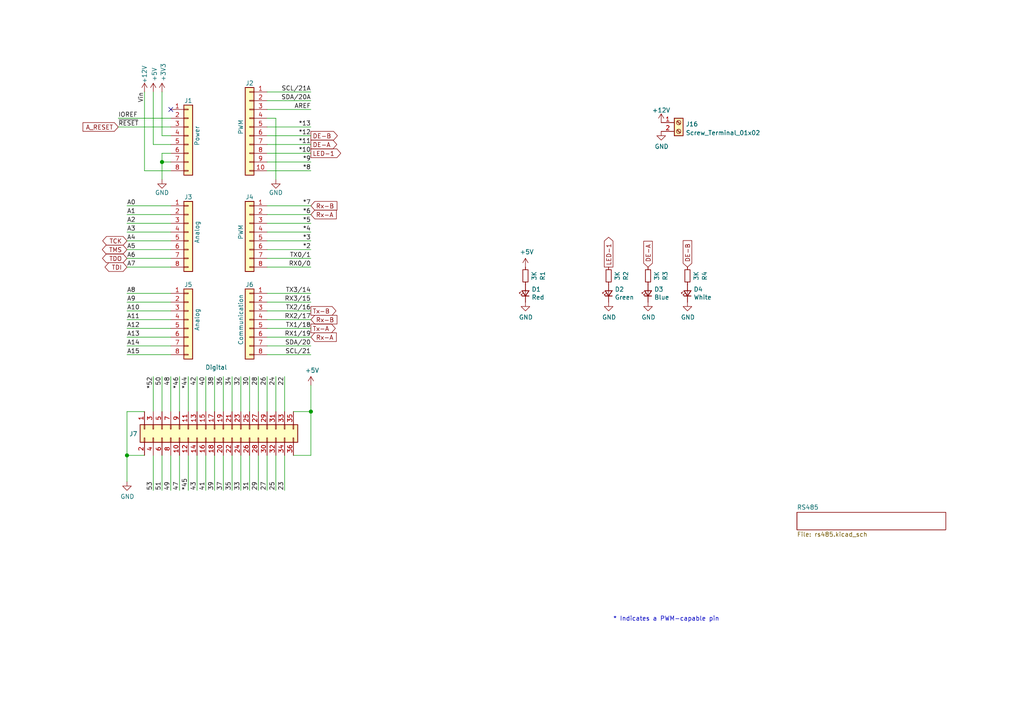
<source format=kicad_sch>
(kicad_sch (version 20211123) (generator eeschema)
  (paper "A4")
  (title_block (date "mar. 31 mars 2015"))
  (lib_symbols
    (symbol "Connector:Screw_Terminal_01x02" (pin_names (offset 1.016) hide)
      (property "Reference" "J" (at 0 2.54 0))
      (property "Value" "Screw_Terminal_01x02" (at 0 -5.08 0))
      (symbol "Screw_Terminal_01x02_1_1"
        (rectangle (start -1.27 1.27) (end 1.27 -3.81) (stroke (width 0.254)) (fill (type background)))
        (circle (center 0 -2.54) (radius 0.635) (stroke (width 0.1524)))
        (polyline (pts (xy -0.5334 -2.2098) (xy 0.3302 -3.048)) (stroke (width 0.1524)))
        (polyline (pts (xy -0.5334 0.3302) (xy 0.3302 -0.508)) (stroke (width 0.1524)))
        (polyline (pts (xy -0.3556 -2.032) (xy 0.508 -2.8702)) (stroke (width 0.1524)))
        (polyline (pts (xy -0.3556 0.508) (xy 0.508 -0.3302)) (stroke (width 0.1524)))
        (circle (center 0 0) (radius 0.635) (stroke (width 0.1524)))
        (pin passive line (at -5.08 0 0) (length 3.81) (name "Pin_1") (number "1"))
        (pin passive line (at -5.08 -2.54 0) (length 3.81) (name "Pin_2") (number "2"))
      )
    )
    (symbol "Connector_Generic:Conn_01x08" (pin_names (offset 1.016) hide)
      (property "Reference" "J" (at 0 10.16 0))
      (property "Value" "Conn_01x08" (at 0 -12.7 0))
      (symbol "Conn_01x08_1_1"
        (rectangle (start -1.27 -10.033) (end 0 -10.287) (stroke (width 0.1524)))
        (rectangle (start -1.27 -7.493) (end 0 -7.747) (stroke (width 0.1524)))
        (rectangle (start -1.27 -4.953) (end 0 -5.207) (stroke (width 0.1524)))
        (rectangle (start -1.27 -2.413) (end 0 -2.667) (stroke (width 0.1524)))
        (rectangle (start -1.27 0.127) (end 0 -0.127) (stroke (width 0.1524)))
        (rectangle (start -1.27 2.667) (end 0 2.413) (stroke (width 0.1524)))
        (rectangle (start -1.27 5.207) (end 0 4.953) (stroke (width 0.1524)))
        (rectangle (start -1.27 7.747) (end 0 7.493) (stroke (width 0.1524)))
        (rectangle (start -1.27 8.89) (end 1.27 -11.43) (stroke (width 0.254)) (fill (type background)))
        (pin passive line (at -5.08 7.62 0) (length 3.81) (name "Pin_1") (number "1"))
        (pin passive line (at -5.08 5.08 0) (length 3.81) (name "Pin_2") (number "2"))
        (pin passive line (at -5.08 2.54 0) (length 3.81) (name "Pin_3") (number "3"))
        (pin passive line (at -5.08 0 0) (length 3.81) (name "Pin_4") (number "4"))
        (pin passive line (at -5.08 -2.54 0) (length 3.81) (name "Pin_5") (number "5"))
        (pin passive line (at -5.08 -5.08 0) (length 3.81) (name "Pin_6") (number "6"))
        (pin passive line (at -5.08 -7.62 0) (length 3.81) (name "Pin_7") (number "7"))
        (pin passive line (at -5.08 -10.16 0) (length 3.81) (name "Pin_8") (number "8"))
      )
    )
    (symbol "Connector_Generic:Conn_01x10" (pin_names (offset 1.016) hide)
      (property "Reference" "J" (at 0 12.7 0))
      (property "Value" "Conn_01x10" (at 0 -15.24 0))
      (symbol "Conn_01x10_1_1"
        (rectangle (start -1.27 -12.573) (end 0 -12.827) (stroke (width 0.1524)))
        (rectangle (start -1.27 -10.033) (end 0 -10.287) (stroke (width 0.1524)))
        (rectangle (start -1.27 -7.493) (end 0 -7.747) (stroke (width 0.1524)))
        (rectangle (start -1.27 -4.953) (end 0 -5.207) (stroke (width 0.1524)))
        (rectangle (start -1.27 -2.413) (end 0 -2.667) (stroke (width 0.1524)))
        (rectangle (start -1.27 0.127) (end 0 -0.127) (stroke (width 0.1524)))
        (rectangle (start -1.27 2.667) (end 0 2.413) (stroke (width 0.1524)))
        (rectangle (start -1.27 5.207) (end 0 4.953) (stroke (width 0.1524)))
        (rectangle (start -1.27 7.747) (end 0 7.493) (stroke (width 0.1524)))
        (rectangle (start -1.27 10.287) (end 0 10.033) (stroke (width 0.1524)))
        (rectangle (start -1.27 11.43) (end 1.27 -13.97) (stroke (width 0.254)) (fill (type background)))
        (pin passive line (at -5.08 10.16 0) (length 3.81) (name "Pin_1") (number "1"))
        (pin passive line (at -5.08 -12.7 0) (length 3.81) (name "Pin_10") (number "10"))
        (pin passive line (at -5.08 7.62 0) (length 3.81) (name "Pin_2") (number "2"))
        (pin passive line (at -5.08 5.08 0) (length 3.81) (name "Pin_3") (number "3"))
        (pin passive line (at -5.08 2.54 0) (length 3.81) (name "Pin_4") (number "4"))
        (pin passive line (at -5.08 0 0) (length 3.81) (name "Pin_5") (number "5"))
        (pin passive line (at -5.08 -2.54 0) (length 3.81) (name "Pin_6") (number "6"))
        (pin passive line (at -5.08 -5.08 0) (length 3.81) (name "Pin_7") (number "7"))
        (pin passive line (at -5.08 -7.62 0) (length 3.81) (name "Pin_8") (number "8"))
        (pin passive line (at -5.08 -10.16 0) (length 3.81) (name "Pin_9") (number "9"))
      )
    )
    (symbol "Connector_Generic:Conn_02x18_Odd_Even" (pin_names (offset 1.016) hide)
      (property "Reference" "J" (at 1.27 22.86 0))
      (property "Value" "Conn_02x18_Odd_Even" (at 1.27 -25.4 0))
      (symbol "Conn_02x18_Odd_Even_1_1"
        (rectangle (start -1.27 -22.733) (end 0 -22.987) (stroke (width 0.1524)))
        (rectangle (start -1.27 -20.193) (end 0 -20.447) (stroke (width 0.1524)))
        (rectangle (start -1.27 -17.653) (end 0 -17.907) (stroke (width 0.1524)))
        (rectangle (start -1.27 -15.113) (end 0 -15.367) (stroke (width 0.1524)))
        (rectangle (start -1.27 -12.573) (end 0 -12.827) (stroke (width 0.1524)))
        (rectangle (start -1.27 -10.033) (end 0 -10.287) (stroke (width 0.1524)))
        (rectangle (start -1.27 -7.493) (end 0 -7.747) (stroke (width 0.1524)))
        (rectangle (start -1.27 -4.953) (end 0 -5.207) (stroke (width 0.1524)))
        (rectangle (start -1.27 -2.413) (end 0 -2.667) (stroke (width 0.1524)))
        (rectangle (start -1.27 0.127) (end 0 -0.127) (stroke (width 0.1524)))
        (rectangle (start -1.27 2.667) (end 0 2.413) (stroke (width 0.1524)))
        (rectangle (start -1.27 5.207) (end 0 4.953) (stroke (width 0.1524)))
        (rectangle (start -1.27 7.747) (end 0 7.493) (stroke (width 0.1524)))
        (rectangle (start -1.27 10.287) (end 0 10.033) (stroke (width 0.1524)))
        (rectangle (start -1.27 12.827) (end 0 12.573) (stroke (width 0.1524)))
        (rectangle (start -1.27 15.367) (end 0 15.113) (stroke (width 0.1524)))
        (rectangle (start -1.27 17.907) (end 0 17.653) (stroke (width 0.1524)))
        (rectangle (start -1.27 20.447) (end 0 20.193) (stroke (width 0.1524)))
        (rectangle (start -1.27 21.59) (end 3.81 -24.13) (stroke (width 0.254)) (fill (type background)))
        (rectangle (start 3.81 -22.733) (end 2.54 -22.987) (stroke (width 0.1524)))
        (rectangle (start 3.81 -20.193) (end 2.54 -20.447) (stroke (width 0.1524)))
        (rectangle (start 3.81 -17.653) (end 2.54 -17.907) (stroke (width 0.1524)))
        (rectangle (start 3.81 -15.113) (end 2.54 -15.367) (stroke (width 0.1524)))
        (rectangle (start 3.81 -12.573) (end 2.54 -12.827) (stroke (width 0.1524)))
        (rectangle (start 3.81 -10.033) (end 2.54 -10.287) (stroke (width 0.1524)))
        (rectangle (start 3.81 -7.493) (end 2.54 -7.747) (stroke (width 0.1524)))
        (rectangle (start 3.81 -4.953) (end 2.54 -5.207) (stroke (width 0.1524)))
        (rectangle (start 3.81 -2.413) (end 2.54 -2.667) (stroke (width 0.1524)))
        (rectangle (start 3.81 0.127) (end 2.54 -0.127) (stroke (width 0.1524)))
        (rectangle (start 3.81 2.667) (end 2.54 2.413) (stroke (width 0.1524)))
        (rectangle (start 3.81 5.207) (end 2.54 4.953) (stroke (width 0.1524)))
        (rectangle (start 3.81 7.747) (end 2.54 7.493) (stroke (width 0.1524)))
        (rectangle (start 3.81 10.287) (end 2.54 10.033) (stroke (width 0.1524)))
        (rectangle (start 3.81 12.827) (end 2.54 12.573) (stroke (width 0.1524)))
        (rectangle (start 3.81 15.367) (end 2.54 15.113) (stroke (width 0.1524)))
        (rectangle (start 3.81 17.907) (end 2.54 17.653) (stroke (width 0.1524)))
        (rectangle (start 3.81 20.447) (end 2.54 20.193) (stroke (width 0.1524)))
        (pin passive line (at -5.08 20.32 0) (length 3.81) (name "Pin_1") (number "1"))
        (pin passive line (at 7.62 10.16 180) (length 3.81) (name "Pin_10") (number "10"))
        (pin passive line (at -5.08 7.62 0) (length 3.81) (name "Pin_11") (number "11"))
        (pin passive line (at 7.62 7.62 180) (length 3.81) (name "Pin_12") (number "12"))
        (pin passive line (at -5.08 5.08 0) (length 3.81) (name "Pin_13") (number "13"))
        (pin passive line (at 7.62 5.08 180) (length 3.81) (name "Pin_14") (number "14"))
        (pin passive line (at -5.08 2.54 0) (length 3.81) (name "Pin_15") (number "15"))
        (pin passive line (at 7.62 2.54 180) (length 3.81) (name "Pin_16") (number "16"))
        (pin passive line (at -5.08 0 0) (length 3.81) (name "Pin_17") (number "17"))
        (pin passive line (at 7.62 0 180) (length 3.81) (name "Pin_18") (number "18"))
        (pin passive line (at -5.08 -2.54 0) (length 3.81) (name "Pin_19") (number "19"))
        (pin passive line (at 7.62 20.32 180) (length 3.81) (name "Pin_2") (number "2"))
        (pin passive line (at 7.62 -2.54 180) (length 3.81) (name "Pin_20") (number "20"))
        (pin passive line (at -5.08 -5.08 0) (length 3.81) (name "Pin_21") (number "21"))
        (pin passive line (at 7.62 -5.08 180) (length 3.81) (name "Pin_22") (number "22"))
        (pin passive line (at -5.08 -7.62 0) (length 3.81) (name "Pin_23") (number "23"))
        (pin passive line (at 7.62 -7.62 180) (length 3.81) (name "Pin_24") (number "24"))
        (pin passive line (at -5.08 -10.16 0) (length 3.81) (name "Pin_25") (number "25"))
        (pin passive line (at 7.62 -10.16 180) (length 3.81) (name "Pin_26") (number "26"))
        (pin passive line (at -5.08 -12.7 0) (length 3.81) (name "Pin_27") (number "27"))
        (pin passive line (at 7.62 -12.7 180) (length 3.81) (name "Pin_28") (number "28"))
        (pin passive line (at -5.08 -15.24 0) (length 3.81) (name "Pin_29") (number "29"))
        (pin passive line (at -5.08 17.78 0) (length 3.81) (name "Pin_3") (number "3"))
        (pin passive line (at 7.62 -15.24 180) (length 3.81) (name "Pin_30") (number "30"))
        (pin passive line (at -5.08 -17.78 0) (length 3.81) (name "Pin_31") (number "31"))
        (pin passive line (at 7.62 -17.78 180) (length 3.81) (name "Pin_32") (number "32"))
        (pin passive line (at -5.08 -20.32 0) (length 3.81) (name "Pin_33") (number "33"))
        (pin passive line (at 7.62 -20.32 180) (length 3.81) (name "Pin_34") (number "34"))
        (pin passive line (at -5.08 -22.86 0) (length 3.81) (name "Pin_35") (number "35"))
        (pin passive line (at 7.62 -22.86 180) (length 3.81) (name "Pin_36") (number "36"))
        (pin passive line (at 7.62 17.78 180) (length 3.81) (name "Pin_4") (number "4"))
        (pin passive line (at -5.08 15.24 0) (length 3.81) (name "Pin_5") (number "5"))
        (pin passive line (at 7.62 15.24 180) (length 3.81) (name "Pin_6") (number "6"))
        (pin passive line (at -5.08 12.7 0) (length 3.81) (name "Pin_7") (number "7"))
        (pin passive line (at 7.62 12.7 180) (length 3.81) (name "Pin_8") (number "8"))
        (pin passive line (at -5.08 10.16 0) (length 3.81) (name "Pin_9") (number "9"))
      )
    )
    (symbol "Device:LED_Small" (pin_numbers hide) (pin_names (offset 0.254) hide)
      (property "Reference" "D" (at -1.27 3.175 0))
      (property "Value" "LED_Small" (at -4.445 -2.54 0))
      (symbol "LED_Small_0_1"
        (polyline (pts (xy -0.762 -1.016) (xy -0.762 1.016)) (stroke (width 0.254)))
        (polyline (pts (xy 1.016 0) (xy -0.762 0)))
        (polyline (pts (xy 0.762 -1.016) (xy -0.762 0) (xy 0.762 1.016) (xy 0.762 -1.016)) (stroke (width 0.254)))
        (polyline (pts (xy 0 0.762) (xy -0.508 1.27) (xy -0.254 1.27) (xy -0.508 1.27) (xy -0.508 1.016)))
        (polyline (pts (xy 0.508 1.27) (xy 0 1.778) (xy 0.254 1.778) (xy 0 1.778) (xy 0 1.524)))
      )
      (symbol "LED_Small_1_1"
        (pin passive line (at -2.54 0 0) (length 1.778) (name "K") (number "1"))
        (pin passive line (at 2.54 0 180) (length 1.778) (name "A") (number "2"))
      )
    )
    (symbol "Device:R_Small" (pin_numbers hide) (pin_names (offset 0.254) hide)
      (property "Reference" "R" (at 0.762 0.508 0))
      (property "Value" "R_Small" (at 0.762 -1.016 0))
      (symbol "R_Small_0_1"
        (rectangle (start -0.762 1.778) (end 0.762 -1.778) (stroke (width 0.2032)))
      )
      (symbol "R_Small_1_1"
        (pin passive line (at 0 2.54 270) (length 0.762) (name "~") (number "1"))
        (pin passive line (at 0 -2.54 90) (length 0.762) (name "~") (number "2"))
      )
    )
    (symbol "power:+12V" (power) (pin_names (offset 0))
      (property "Value" "+12V" (at 0 3.556 0))
      (symbol "+12V_0_1"
        (polyline (pts (xy -0.762 1.27) (xy 0 2.54)))
        (polyline (pts (xy 0 0) (xy 0 2.54)))
        (polyline (pts (xy 0 2.54) (xy 0.762 1.27)))
      )
      (symbol "+12V_1_1"
        (pin power_in line (at 0 0 90) (length 0) hide (name "+12V") (number "1"))
      )
    )
    (symbol "power:+3V3" (power) (pin_names (offset 0))
      (property "Value" "+3V3" (at 0 3.556 0))
      (symbol "+3V3_0_1"
        (polyline (pts (xy -0.762 1.27) (xy 0 2.54)))
        (polyline (pts (xy 0 0) (xy 0 2.54)))
        (polyline (pts (xy 0 2.54) (xy 0.762 1.27)))
      )
      (symbol "+3V3_1_1"
        (pin power_in line (at 0 0 90) (length 0) hide (name "+3V3") (number "1"))
      )
    )
    (symbol "power:+5V" (power) (pin_names (offset 0))
      (property "Value" "+5V" (at 0 3.556 0))
      (symbol "+5V_0_1"
        (polyline (pts (xy -0.762 1.27) (xy 0 2.54)))
        (polyline (pts (xy 0 0) (xy 0 2.54)))
        (polyline (pts (xy 0 2.54) (xy 0.762 1.27)))
      )
      (symbol "+5V_1_1"
        (pin power_in line (at 0 0 90) (length 0) hide (name "+5V") (number "1"))
      )
    )
    (symbol "power:GND" (power) (pin_names (offset 0))
      (property "Value" "GND" (at 0 -3.81 0))
      (symbol "GND_0_1"
        (polyline (pts (xy 0 0) (xy 0 -1.27) (xy 1.27 -1.27) (xy 0 -2.54) (xy -1.27 -1.27) (xy 0 -1.27)))
      )
      (symbol "GND_1_1"
        (pin power_in line (at 0 0 270) (length 0) hide (name "GND") (number "1"))
      )
    )
  )
  (junction (at 36.83 132.08) (diameter 1.016))
  (junction (at 46.99 46.99) (diameter 1.016))
  (junction (at 90.17 119.38) (diameter 1.016))
  (no_connect (at 49.53 31.75))
  (wire (pts (xy 77.47 77.47) (xy 90.17 77.47)))
  (wire (pts (xy 36.83 77.47) (xy 49.53 77.47)))
  (wire (pts (xy 77.47 44.45) (xy 90.17 44.45)))
  (wire (pts (xy 59.69 109.22) (xy 59.69 119.38)))
  (wire (pts (xy 77.47 26.67) (xy 90.17 26.67)))
  (wire (pts (xy 62.23 109.22) (xy 62.23 119.38)))
  (wire (pts (xy 90.17 119.38) (xy 90.17 132.08)))
  (wire (pts (xy 41.91 119.38) (xy 36.83 119.38)))
  (wire (pts (xy 77.47 90.17) (xy 90.17 90.17)))
  (wire (pts (xy 46.99 44.45) (xy 46.99 46.99)))
  (wire (pts (xy 64.77 132.08) (xy 64.77 142.24)))
  (wire (pts (xy 36.83 72.39) (xy 49.53 72.39)))
  (wire (pts (xy 69.85 109.22) (xy 69.85 119.38)))
  (wire (pts (xy 46.99 109.22) (xy 46.99 119.38)))
  (wire (pts (xy 82.55 109.22) (xy 82.55 119.38)))
  (wire (pts (xy 46.99 46.99) (xy 46.99 52.07)))
  (wire (pts (xy 77.47 132.08) (xy 77.47 142.24)))
  (wire (pts (xy 46.99 39.37) (xy 49.53 39.37)))
  (wire (pts (xy 57.15 109.22) (xy 57.15 119.38)))
  (wire (pts (xy 44.45 41.91) (xy 49.53 41.91)))
  (wire (pts (xy 67.31 132.08) (xy 67.31 142.24)))
  (wire (pts (xy 44.45 26.67) (xy 44.45 41.91)))
  (wire (pts (xy 36.83 102.87) (xy 49.53 102.87)))
  (wire (pts (xy 52.07 132.08) (xy 52.07 142.24)))
  (wire (pts (xy 74.93 132.08) (xy 74.93 142.24)))
  (wire (pts (xy 77.47 36.83) (xy 90.17 36.83)))
  (wire (pts (xy 46.99 26.67) (xy 46.99 39.37)))
  (wire (pts (xy 77.47 59.69) (xy 90.17 59.69)))
  (wire (pts (xy 49.53 59.69) (xy 36.83 59.69)))
  (wire (pts (xy 77.47 39.37) (xy 90.17 39.37)))
  (wire (pts (xy 49.53 100.33) (xy 36.83 100.33)))
  (wire (pts (xy 77.47 62.23) (xy 90.17 62.23)))
  (wire (pts (xy 77.47 97.79) (xy 90.17 97.79)))
  (wire (pts (xy 67.31 109.22) (xy 67.31 119.38)))
  (wire (pts (xy 36.83 119.38) (xy 36.83 132.08)))
  (wire (pts (xy 52.07 109.22) (xy 52.07 119.38)))
  (wire (pts (xy 41.91 132.08) (xy 36.83 132.08)))
  (wire (pts (xy 77.47 46.99) (xy 90.17 46.99)))
  (wire (pts (xy 74.93 109.22) (xy 74.93 119.38)))
  (wire (pts (xy 72.39 109.22) (xy 72.39 119.38)))
  (wire (pts (xy 54.61 132.08) (xy 54.61 142.24)))
  (wire (pts (xy 72.39 132.08) (xy 72.39 142.24)))
  (wire (pts (xy 49.53 132.08) (xy 49.53 142.24)))
  (wire (pts (xy 80.01 109.22) (xy 80.01 119.38)))
  (wire (pts (xy 77.47 67.31) (xy 90.17 67.31)))
  (wire (pts (xy 59.69 132.08) (xy 59.69 142.24)))
  (wire (pts (xy 54.61 109.22) (xy 54.61 119.38)))
  (wire (pts (xy 34.29 34.29) (xy 49.53 34.29)))
  (wire (pts (xy 77.47 87.63) (xy 90.17 87.63)))
  (wire (pts (xy 90.17 111.76) (xy 90.17 119.38)))
  (wire (pts (xy 80.01 34.29) (xy 80.01 52.07)))
  (wire (pts (xy 77.47 102.87) (xy 90.17 102.87)))
  (wire (pts (xy 77.47 31.75) (xy 90.17 31.75)))
  (wire (pts (xy 85.09 119.38) (xy 90.17 119.38)))
  (wire (pts (xy 77.47 95.25) (xy 90.17 95.25)))
  (wire (pts (xy 36.83 92.71) (xy 49.53 92.71)))
  (wire (pts (xy 49.53 64.77) (xy 36.83 64.77)))
  (wire (pts (xy 34.29 36.83) (xy 49.53 36.83)))
  (wire (pts (xy 77.47 85.09) (xy 90.17 85.09)))
  (wire (pts (xy 49.53 46.99) (xy 46.99 46.99)))
  (wire (pts (xy 49.53 49.53) (xy 41.91 49.53)))
  (wire (pts (xy 44.45 109.22) (xy 44.45 119.38)))
  (wire (pts (xy 36.83 62.23) (xy 49.53 62.23)))
  (wire (pts (xy 46.99 132.08) (xy 46.99 142.24)))
  (wire (pts (xy 69.85 132.08) (xy 69.85 142.24)))
  (wire (pts (xy 49.53 90.17) (xy 36.83 90.17)))
  (wire (pts (xy 44.45 132.08) (xy 44.45 142.24)))
  (wire (pts (xy 77.47 92.71) (xy 90.17 92.71)))
  (wire (pts (xy 77.47 34.29) (xy 80.01 34.29)))
  (wire (pts (xy 62.23 132.08) (xy 62.23 142.24)))
  (wire (pts (xy 49.53 44.45) (xy 46.99 44.45)))
  (wire (pts (xy 36.83 97.79) (xy 49.53 97.79)))
  (wire (pts (xy 77.47 109.22) (xy 77.47 119.38)))
  (wire (pts (xy 77.47 41.91) (xy 90.17 41.91)))
  (wire (pts (xy 64.77 109.22) (xy 64.77 119.38)))
  (wire (pts (xy 36.83 87.63) (xy 49.53 87.63)))
  (wire (pts (xy 77.47 64.77) (xy 90.17 64.77)))
  (wire (pts (xy 36.83 67.31) (xy 49.53 67.31)))
  (wire (pts (xy 49.53 109.22) (xy 49.53 119.38)))
  (wire (pts (xy 77.47 100.33) (xy 90.17 100.33)))
  (wire (pts (xy 90.17 132.08) (xy 85.09 132.08)))
  (wire (pts (xy 49.53 85.09) (xy 36.83 85.09)))
  (wire (pts (xy 82.55 132.08) (xy 82.55 142.24)))
  (wire (pts (xy 77.47 29.21) (xy 90.17 29.21)))
  (wire (pts (xy 80.01 132.08) (xy 80.01 142.24)))
  (wire (pts (xy 77.47 72.39) (xy 90.17 72.39)))
  (wire (pts (xy 77.47 69.85) (xy 90.17 69.85)))
  (wire (pts (xy 57.15 132.08) (xy 57.15 142.24)))
  (wire (pts (xy 77.47 74.93) (xy 90.17 74.93)))
  (wire (pts (xy 49.53 95.25) (xy 36.83 95.25)))
  (wire (pts (xy 41.91 49.53) (xy 41.91 26.67)))
  (wire (pts (xy 36.83 132.08) (xy 36.83 139.7)))
  (wire (pts (xy 49.53 74.93) (xy 36.83 74.93)))
  (wire (pts (xy 49.53 69.85) (xy 36.83 69.85)))
  (wire (pts (xy 77.47 49.53) (xy 90.17 49.53)))
  (text "* Indicates a PWM-capable pin" (at 177.8 180.34 0) (effects (font (size 1.27 1.27)) (justify left bottom)))
  (label "A10" (at 36.83 90.17 0))
  (label "RX0{slash}0" (at 90.17 77.47 180))
  (label "A15" (at 36.83 102.87 0))
  (label "A2" (at 36.83 64.77 0))
  (label "RX2{slash}17" (at 90.17 92.71 180))
  (label "*4" (at 90.17 67.31 180))
  (label "SDA{slash}20" (at 90.17 100.33 180))
  (label "26" (at 77.47 109.22 270))
  (label "31" (at 72.39 142.24 90))
  (label "22" (at 82.55 109.22 270))
  (label "33" (at 69.85 142.24 90))
  (label "36" (at 64.77 109.22 270))
  (label "*2" (at 90.17 72.39 180))
  (label "TX1{slash}18" (at 90.17 95.25 180))
  (label "*44" (at 54.61 109.22 270))
  (label "A3" (at 36.83 67.31 0))
  (label "*13" (at 90.17 36.83 180))
  (label "*52" (at 44.45 109.22 270))
  (label "*12" (at 90.17 39.37 180))
  (label "40" (at 59.69 109.22 270))
  (label "~{RESET}" (at 34.29 36.83 0))
  (label "35" (at 67.31 142.24 90))
  (label "*10" (at 90.17 44.45 180))
  (label "28" (at 74.93 109.22 270))
  (label "23" (at 82.55 142.24 90))
  (label "29" (at 74.93 142.24 90))
  (label "A13" (at 36.83 97.79 0))
  (label "41" (at 59.69 142.24 90))
  (label "30" (at 72.39 109.22 270))
  (label "47" (at 52.07 142.24 90))
  (label "34" (at 67.31 109.22 270))
  (label "*45" (at 54.61 142.24 90))
  (label "38" (at 62.23 109.22 270))
  (label "51" (at 46.99 142.24 90))
  (label "*7" (at 90.17 59.69 180))
  (label "SDA{slash}20A" (at 90.17 29.21 180))
  (label "*8" (at 90.17 49.53 180))
  (label "A9" (at 36.83 87.63 0))
  (label "*11" (at 90.17 41.91 180))
  (label "*3" (at 90.17 69.85 180))
  (label "A6" (at 36.83 74.93 0))
  (label "42" (at 57.15 109.22 270))
  (label "A1" (at 36.83 62.23 0))
  (label "53" (at 44.45 142.24 90))
  (label "TX0{slash}1" (at 90.17 74.93 180))
  (label "24" (at 80.01 109.22 270))
  (label "RX1{slash}19" (at 90.17 97.79 180))
  (label "A0" (at 36.83 59.69 0))
  (label "AREF" (at 90.17 31.75 180))
  (label "A14" (at 36.83 100.33 0))
  (label "39" (at 62.23 142.24 90))
  (label "A8" (at 36.83 85.09 0))
  (label "Vin" (at 41.91 26.67 270))
  (label "27" (at 77.47 142.24 90))
  (label "37" (at 64.77 142.24 90))
  (label "25" (at 80.01 142.24 90))
  (label "*6" (at 90.17 62.23 180))
  (label "*46" (at 52.07 109.22 270))
  (label "SCL{slash}21A" (at 90.17 26.67 180))
  (label "*9" (at 90.17 46.99 180))
  (label "50" (at 46.99 109.22 270))
  (label "TX2{slash}16" (at 90.17 90.17 180))
  (label "*5" (at 90.17 64.77 180))
  (label "IOREF" (at 34.29 34.29 0))
  (label "A7" (at 36.83 77.47 0))
  (label "A11" (at 36.83 92.71 0))
  (label "A4" (at 36.83 69.85 0))
  (label "49" (at 49.53 142.24 90))
  (label "A5" (at 36.83 72.39 0))
  (label "RX3{slash}15" (at 90.17 87.63 180))
  (label "TX3{slash}14" (at 90.17 85.09 180))
  (label "32" (at 69.85 109.22 270))
  (label "43" (at 57.15 142.24 90))
  (label "A12" (at 36.83 95.25 0))
  (label "SCL{slash}21" (at 90.17 102.87 180))
  (label "48" (at 49.53 109.22 270))
  (global_label "TDI" (shape bidirectional) (at 36.83 77.47 180) (property "Intersheet References" "${INTERSHEET_REFS}" (effects hide)))
  (global_label "DE-A" (shape input) (at 187.96 77.47 90) (property "Intersheet References" "${INTERSHEET_REFS}" (effects hide)))
  (global_label "Rx-A" (shape input) (at 90.17 97.79 0) (property "Intersheet References" "${INTERSHEET_REFS}" (effects hide)))
  (global_label "TDO" (shape bidirectional) (at 36.83 74.93 180) (property "Intersheet References" "${INTERSHEET_REFS}" (effects hide)))
  (global_label "TMS" (shape bidirectional) (at 36.83 72.39 180) (property "Intersheet References" "${INTERSHEET_REFS}" (effects hide)))
  (global_label "Rx-B" (shape input) (at 90.17 92.71 0) (property "Intersheet References" "${INTERSHEET_REFS}" (effects hide)))
  (global_label "DE-A" (shape output) (at 90.17 41.91 0) (property "Intersheet References" "${INTERSHEET_REFS}" (effects hide)))
  (global_label "LED-1" (shape output) (at 176.53 77.47 90) (property "Intersheet References" "${INTERSHEET_REFS}" (effects hide)))
  (global_label "Rx-A" (shape input) (at 90.17 62.23 0) (property "Intersheet References" "${INTERSHEET_REFS}" (effects hide)))
  (global_label "DE-B" (shape output) (at 90.17 39.37 0) (property "Intersheet References" "${INTERSHEET_REFS}" (effects hide)))
  (global_label "Tx-A" (shape output) (at 90.17 95.25 0) (property "Intersheet References" "${INTERSHEET_REFS}" (effects hide)))
  (global_label "TCK" (shape bidirectional) (at 36.83 69.85 180) (property "Intersheet References" "${INTERSHEET_REFS}" (effects hide)))
  (global_label "Tx-B" (shape output) (at 90.17 90.17 0) (property "Intersheet References" "${INTERSHEET_REFS}" (effects hide)))
  (global_label "A_RESET" (shape input) (at 34.29 36.83 180) (property "Intersheet References" "${INTERSHEET_REFS}" (effects hide)))
  (global_label "LED-1" (shape output) (at 90.17 44.45 0) (property "Intersheet References" "${INTERSHEET_REFS}" (effects hide)))
  (global_label "DE-B" (shape input) (at 199.39 77.47 90) (property "Intersheet References" "${INTERSHEET_REFS}" (effects hide)))
  (global_label "Rx-B" (shape input) (at 90.17 59.69 0) (property "Intersheet References" "${INTERSHEET_REFS}" (effects hide)))
  (symbol (lib_id "Connector_Generic:Conn_01x08") (at 54.61 39.37 0) (unit 1)
    (property "Reference" "J1" (at 54.61 29.21 0))
    (property "Value" "Power" (at 57.15 39.37 90))
    (property "Footprint" "Connector_PinSocket_2.54mm:PinSocket_1x08_P2.54mm_Vertical" (effects hide))
  )
  (symbol (lib_id "power:+3V3") (at 46.99 26.67 0) (unit 1)
    (property "Reference" "#PWR03" (effects hide))
    (property "Value" "+3.3V" (at 47.371 23.622 90) (effects (justify left)))
  )
  (symbol (lib_id "power:+5V") (at 44.45 26.67 0) (unit 1)
    (property "Reference" "#PWR02" (effects hide))
    (property "Value" "+5V" (at 44.8056 23.622 90) (effects (justify left)))
  )
  (symbol (lib_id "power:GND") (at 46.99 52.07 0) (unit 1)
    (property "Reference" "#PWR04" (effects hide))
    (property "Value" "GND" (at 46.99 55.88 0))
  )
  (symbol (lib_id "Connector_Generic:Conn_01x10") (at 72.39 36.83 0) (mirror y) (unit 1)
    (property "Reference" "J2" (at 72.39 24.13 0))
    (property "Value" "PWM" (at 69.85 36.83 90))
    (property "Footprint" "Connector_PinSocket_2.54mm:PinSocket_1x10_P2.54mm_Vertical" (effects hide))
  )
  (symbol (lib_id "power:GND") (at 80.01 52.07 0) (unit 1)
    (property "Reference" "#PWR05" (effects hide))
    (property "Value" "GND" (at 80.01 55.88 0))
  )
  (symbol (lib_id "Connector_Generic:Conn_01x08") (at 54.61 67.31 0) (unit 1)
    (property "Reference" "J3" (at 54.61 57.15 0))
    (property "Value" "Analog" (at 57.15 67.31 90))
    (property "Footprint" "Connector_PinSocket_2.54mm:PinSocket_1x08_P2.54mm_Vertical" (effects hide))
  )
  (symbol (lib_id "Connector_Generic:Conn_01x08") (at 72.39 67.31 0) (mirror y) (unit 1)
    (property "Reference" "J4" (at 72.39 57.15 0))
    (property "Value" "PWM" (at 69.85 67.31 90))
    (property "Footprint" "Connector_PinSocket_2.54mm:PinSocket_1x08_P2.54mm_Vertical" (effects hide))
  )
  (symbol (lib_id "Connector_Generic:Conn_01x08") (at 54.61 92.71 0) (unit 1)
    (property "Reference" "J5" (at 54.61 82.55 0))
    (property "Value" "Analog" (at 57.15 92.71 90))
    (property "Footprint" "Connector_PinSocket_2.54mm:PinSocket_1x08_P2.54mm_Vertical" (effects hide))
  )
  (symbol (lib_id "Connector_Generic:Conn_01x08") (at 72.39 92.71 0) (mirror y) (unit 1)
    (property "Reference" "J6" (at 72.39 82.55 0))
    (property "Value" "Communication" (at 69.85 92.71 90))
    (property "Footprint" "Connector_PinSocket_2.54mm:PinSocket_1x08_P2.54mm_Vertical" (effects hide))
  )
  (symbol (lib_id "Connector_Generic:Conn_02x18_Odd_Even") (at 62.23 124.46 90) (mirror x) (unit 1)
    (property "Reference" "J7" (at 39.8779 125.8506 90) (effects (justify left)))
    (property "Value" "Digital" (at 62.738 106.553 90))
    (property "Footprint" "Connector_PinSocket_2.54mm:PinSocket_2x18_P2.54mm_Vertical" (effects hide))
  )
  (symbol (lib_id "power:GND") (at 36.83 139.7 0) (unit 1)
    (property "Reference" "#PWR07" (effects hide))
    (property "Value" "GND" (at 36.9443 144.0244 0))
  )
  (symbol (lib_id "power:+5V") (at 90.17 111.76 0) (unit 1)
    (property "Reference" "#PWR06" (effects hide))
    (property "Value" "+5V" (at 90.5383 107.4356 0))
  )
  (symbol (lib_id "power:+5V") (at 152.4 77.47 0) (unit 1)
    (property "Reference" "#PWR0112" (effects hide))
    (property "Value" "+5V" (at 152.781 73.0758 0))
  )
  (symbol (lib_id "power:GND") (at 191.77 38.1 0) (unit 1)
    (property "Reference" "#PWR0105" (effects hide))
    (property "Value" "GND" (at 191.897 42.4942 0))
  )
  (symbol (lib_id "Device:LED_Small") (at 187.96 85.09 90) (unit 1)
    (property "Reference" "D3" (at 189.738 83.9216 90) (effects (justify right)))
    (property "Value" "Blue" (at 189.738 86.233 90) (effects (justify right)))
    (property "Footprint" "LED_SMD:LED_0805_2012Metric" (effects hide))
    (property "JLC" "C2293" (effects hide))
    (property "LCSC" "C2293" (effects hide))
  )
  (symbol (lib_id "power:+12V") (at 191.77 35.56 0) (unit 1)
    (property "Reference" "#PWR0104" (effects hide))
    (property "Value" "+12V" (at 191.77 31.9842 0))
  )
  (symbol (lib_id "Device:R_Small") (at 187.96 80.01 180) (unit 1)
    (property "Reference" "R3" (at 192.9384 80.01 90))
    (property "Value" "3K" (at 190.5 80.01 90))
    (property "Footprint" "Resistor_SMD:R_0805_2012Metric" (effects hide))
    (property "JLC" "C26010" (effects hide))
    (property "LCSC" "C26010" (effects hide))
  )
  (symbol (lib_id "Device:LED_Small") (at 199.39 85.09 90) (unit 1)
    (property "Reference" "D4" (at 201.168 83.9216 90) (effects (justify right)))
    (property "Value" "White" (at 201.168 86.233 90) (effects (justify right)))
    (property "Footprint" "LED_SMD:LED_0805_2012Metric" (effects hide))
    (property "JLC" "C34499" (effects hide))
    (property "LCSC" "C34499" (effects hide))
  )
  (symbol (lib_id "Connector:Screw_Terminal_01x02") (at 196.85 35.56 0) (unit 1)
    (property "Reference" "J16" (at 198.882 35.9953 0) (effects (justify left)))
    (property "Value" "Screw_Terminal_01x02" (at 198.882 38.5322 0) (effects (justify left)))
    (property "Footprint" "TerminalBlock:TerminalBlock_bornier-2_P5.08mm" (effects hide))
  )
  (symbol (lib_id "Device:LED_Small") (at 152.4 85.09 90) (unit 1)
    (property "Reference" "D1" (at 154.178 83.9216 90) (effects (justify right)))
    (property "Value" "Red" (at 154.178 86.233 90) (effects (justify right)))
    (property "Footprint" "LED_SMD:LED_0805_2012Metric" (effects hide))
    (property "JLC" "C84256" (effects hide))
    (property "LCSC" "C84256" (effects hide))
  )
  (symbol (lib_id "Device:R_Small") (at 176.53 80.01 180) (unit 1)
    (property "Reference" "R2" (at 181.5084 80.01 90))
    (property "Value" "3K" (at 179.07 80.01 90))
    (property "Footprint" "Resistor_SMD:R_0805_2012Metric" (effects hide))
    (property "JLC" "C26010" (effects hide))
    (property "LCSC" "C26010" (effects hide))
  )
  (symbol (lib_id "power:GND") (at 176.53 87.63 0) (unit 1)
    (property "Reference" "#PWR0115" (effects hide))
    (property "Value" "GND" (at 176.657 92.0242 0))
  )
  (symbol (lib_id "Device:LED_Small") (at 176.53 85.09 90) (unit 1)
    (property "Reference" "D2" (at 178.308 83.9216 90) (effects (justify right)))
    (property "Value" "Green" (at 178.308 86.233 90) (effects (justify right)))
    (property "Footprint" "LED_SMD:LED_0805_2012Metric" (effects hide))
    (property "JLC" "C2297" (effects hide))
    (property "LCSC" "C2297" (effects hide))
  )
  (symbol (lib_id "power:GND") (at 187.96 87.63 0) (unit 1)
    (property "Reference" "#PWR0114" (effects hide))
    (property "Value" "GND" (at 188.087 92.0242 0))
  )
  (symbol (lib_id "power:GND") (at 199.39 87.63 0) (unit 1)
    (property "Reference" "#PWR0116" (effects hide))
    (property "Value" "GND" (at 199.517 92.0242 0))
  )
  (symbol (lib_id "Device:R_Small") (at 152.4 80.01 180) (unit 1)
    (property "Reference" "R1" (at 157.3784 80.01 90))
    (property "Value" "3K" (at 154.94 80.01 90))
    (property "Footprint" "Resistor_SMD:R_0805_2012Metric" (effects hide))
    (property "JLC" "C26010" (effects hide))
    (property "LCSC" "C26010" (effects hide))
  )
  (symbol (lib_id "power:GND") (at 152.4 87.63 0) (unit 1)
    (property "Reference" "#PWR0113" (effects hide))
    (property "Value" "GND" (at 152.527 92.0242 0))
  )
  (symbol (lib_id "power:+12V") (at 41.91 26.67 0) (unit 1)
    (property "Reference" "#PWR0103" (effects hide))
    (property "Value" "+12V" (at 41.91 21.59 90))
  )
  (symbol (lib_id "Device:R_Small") (at 199.39 80.01 180) (unit 1)
    (property "Reference" "R4" (at 204.3684 80.01 90))
    (property "Value" "3K" (at 201.93 80.01 90))
    (property "Footprint" "Resistor_SMD:R_0805_2012Metric" (effects hide))
    (property "JLC" "C26010" (effects hide))
    (property "LCSC" "C26010" (effects hide))
  )
  (sheet (at 231.14 148.59) (size 43.18 5.08) (stroke (width 0.1524))
    (property "Sheet name" "RS485" (at 231.14 147.8784 0) (effects (justify left bottom)))
    (property "Sheet file" "rs485.kicad_sch" (at 231.14 154.2546 0) (effects (justify left top)))
  )
)
</source>
